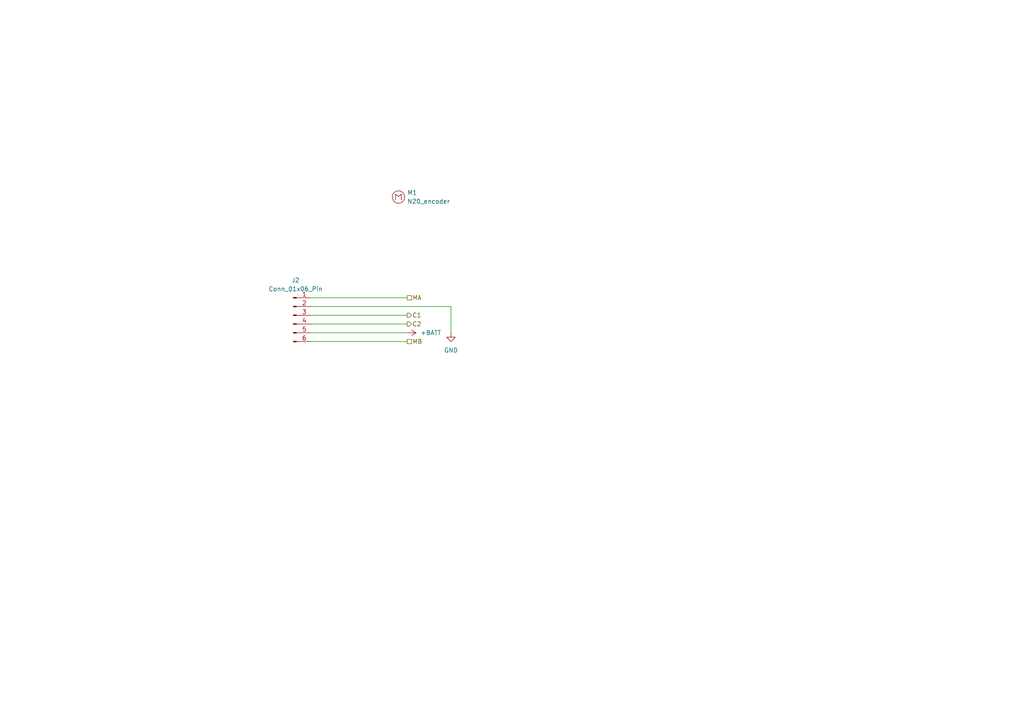
<source format=kicad_sch>
(kicad_sch (version 20230121) (generator eeschema)
  (paper "A4")
  (lib_symbols
    (symbol "Connector:Conn_01x06_Pin" (pin_names (offset 1.016) hide)
      (property "Reference" "J" (at 0 7.62 0))
      (property "Value" "Conn_01x06_Pin" (at 0 -10.16 0))
      (symbol "Conn_01x06_Pin_1_1"
        (polyline (pts (xy 1.27 -7.62) (xy 0.8636 -7.62)) (stroke (width 0.1524)))
        (polyline (pts (xy 1.27 -5.08) (xy 0.8636 -5.08)) (stroke (width 0.1524)))
        (polyline (pts (xy 1.27 -2.54) (xy 0.8636 -2.54)) (stroke (width 0.1524)))
        (polyline (pts (xy 1.27 0) (xy 0.8636 0)) (stroke (width 0.1524)))
        (polyline (pts (xy 1.27 2.54) (xy 0.8636 2.54)) (stroke (width 0.1524)))
        (polyline (pts (xy 1.27 5.08) (xy 0.8636 5.08)) (stroke (width 0.1524)))
        (rectangle (start 0.8636 -7.493) (end 0 -7.747) (stroke (width 0.1524)) (fill (type outline)))
        (rectangle (start 0.8636 -4.953) (end 0 -5.207) (stroke (width 0.1524)) (fill (type outline)))
        (rectangle (start 0.8636 -2.413) (end 0 -2.667) (stroke (width 0.1524)) (fill (type outline)))
        (rectangle (start 0.8636 0.127) (end 0 -0.127) (stroke (width 0.1524)) (fill (type outline)))
        (rectangle (start 0.8636 2.667) (end 0 2.413) (stroke (width 0.1524)) (fill (type outline)))
        (rectangle (start 0.8636 5.207) (end 0 4.953) (stroke (width 0.1524)) (fill (type outline)))
        (pin passive line (at 5.08 5.08 180) (length 3.81) (name "Pin_1") (number "1"))
        (pin passive line (at 5.08 2.54 180) (length 3.81) (name "Pin_2") (number "2"))
        (pin passive line (at 5.08 0 180) (length 3.81) (name "Pin_3") (number "3"))
        (pin passive line (at 5.08 -2.54 180) (length 3.81) (name "Pin_4") (number "4"))
        (pin passive line (at 5.08 -5.08 180) (length 3.81) (name "Pin_5") (number "5"))
        (pin passive line (at 5.08 -7.62 180) (length 3.81) (name "Pin_6") (number "6"))
      )
    )
    (symbol "minimouse:N20_w_encoder"
      (property "Reference" "M" (at -8.89 1.27 0))
      (property "Value" "N20_encoder" (at 0 -2.54 0))
      (symbol "N20_w_encoder_0_1"
        (polyline (pts (xy -0.8636 -0.8128) (xy -0.8636 0.8636) (xy 0 0.1524) (xy 0.8128 0.8636) (xy 0.8128 -0.8128)))
        (circle (center 0 0) (radius 1.7961))
      )
    )
    (symbol "power:+BATT" (power) (pin_names (offset 0))
      (property "Value" "+BATT" (at 0 3.556 0))
      (symbol "+BATT_0_1"
        (polyline (pts (xy -0.762 1.27) (xy 0 2.54)))
        (polyline (pts (xy 0 0) (xy 0 2.54)))
        (polyline (pts (xy 0 2.54) (xy 0.762 1.27)))
      )
      (symbol "+BATT_1_1"
        (pin power_in line (at 0 0 90) (length 0) hide (name "+BATT") (number "1"))
      )
    )
    (symbol "power:GND" (power) (pin_names (offset 0))
      (property "Value" "GND" (at 0 -3.81 0))
      (symbol "GND_0_1"
        (polyline (pts (xy 0 0) (xy 0 -1.27) (xy 1.27 -1.27) (xy 0 -2.54) (xy -1.27 -1.27) (xy 0 -1.27)))
      )
      (symbol "GND_1_1"
        (pin power_in line (at 0 0 270) (length 0) hide (name "GND") (number "1"))
      )
    )
  )
  (wire (pts (xy 90.17 88.9) (xy 130.81 88.9)))
  (wire (pts (xy 90.17 91.44) (xy 118.11 91.44)))
  (wire (pts (xy 90.17 96.52) (xy 118.11 96.52)))
  (wire (pts (xy 90.17 99.06) (xy 118.11 99.06)))
  (wire (pts (xy 130.81 88.9) (xy 130.81 96.52)))
  (wire (pts (xy 90.17 93.98) (xy 118.11 93.98)))
  (wire (pts (xy 90.17 86.36) (xy 118.11 86.36)))
  (hierarchical_label "C1" (shape output) (at 118.11 91.44 0))
  (hierarchical_label "C2" (shape output) (at 118.11 93.98 0))
  (hierarchical_label "MB" (shape passive) (at 118.11 99.06 0))
  (hierarchical_label "MA" (shape passive) (at 118.11 86.36 0))
  (symbol (lib_id "power:GND") (at 130.81 96.52 0) (unit 1)
    (property "Reference" "#PWR09" (effects hide))
    (property "Value" "GND" (at 130.81 101.6 0))
    (instances (project "minimouse" (path "" (reference "#PWR09") (unit 1)) (path "" (reference "#PWR010") (unit 1))))
  )
  (symbol (lib_id "minimouse:N20_w_encoder") (at 115.57 57.15 0) (unit 1)
    (property "Reference" "M1" (at 118.11 55.88 0) (effects (justify left)))
    (property "Value" "N20_encoder" (at 118.11 58.42 0) (effects (justify left)))
    (property "Footprint" "minimouse:N20_with_encoder" (effects hide))
    (instances (project "minimouse" (path "" (reference "M1") (unit 1)) (path "" (reference "M2") (unit 1))))
  )
  (symbol (lib_id "power:+BATT") (at 118.11 96.52 270) (unit 1)
    (property "Reference" "#PWR011" (effects hide))
    (property "Value" "+BATT" (at 121.92 96.52 90) (effects (justify left)))
    (instances (project "minimouse" (path "" (reference "#PWR011") (unit 1)) (path "" (reference "#PWR012") (unit 1))))
  )
  (symbol (lib_id "Connector:Conn_01x06_Pin") (at 85.09 91.44 0) (unit 1)
    (property "Reference" "J2" (at 85.725 81.28 0))
    (property "Value" "Conn_01x06_Pin" (at 85.725 83.82 0))
    (instances (project "minimouse" (path "" (reference "J2") (unit 1)) (path "" (reference "J3") (unit 1))))
  )
)
</source>
